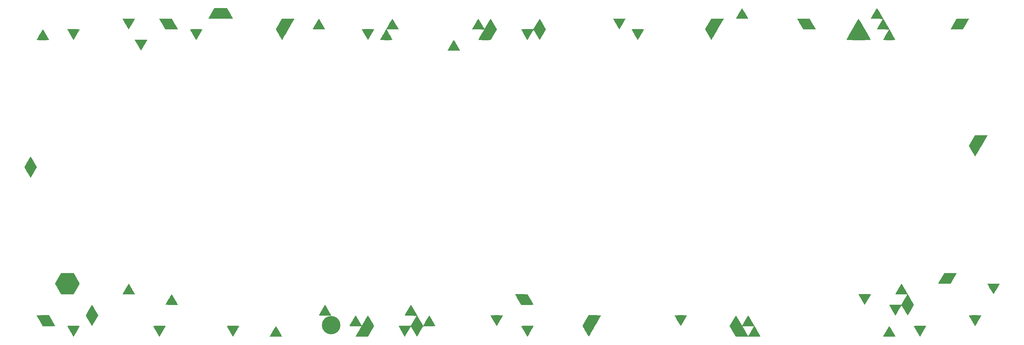
<source format=gts>
%TF.GenerationSoftware,KiCad,Pcbnew,(6.0.1-0)*%
%TF.CreationDate,2022-02-13T11:08:50+09:00*%
%TF.ProjectId,keyplate,6b657970-6c61-4746-952e-6b696361645f,rev?*%
%TF.SameCoordinates,Original*%
%TF.FileFunction,Soldermask,Top*%
%TF.FilePolarity,Negative*%
%FSLAX46Y46*%
G04 Gerber Fmt 4.6, Leading zero omitted, Abs format (unit mm)*
G04 Created by KiCad (PCBNEW (6.0.1-0)) date 2022-02-13 11:08:50*
%MOMM*%
%LPD*%
G01*
G04 APERTURE LIST*
%ADD10C,5.400000*%
G04 APERTURE END LIST*
%TO.C,G\u002A\u002A\u002A*%
G36*
X214134603Y-17544580D02*
G01*
X214080082Y-17636138D01*
X213962507Y-17837453D01*
X213789154Y-18135948D01*
X213567300Y-18519044D01*
X213304221Y-18974164D01*
X213007194Y-19488729D01*
X212683495Y-20050162D01*
X212340400Y-20645884D01*
X212318287Y-20684302D01*
X211976969Y-21275536D01*
X211656196Y-21827793D01*
X211362932Y-22329320D01*
X211104145Y-22768362D01*
X210886800Y-23133164D01*
X210717865Y-23411972D01*
X210604304Y-23593033D01*
X210553084Y-23664592D01*
X210551598Y-23665274D01*
X210504041Y-23606653D01*
X210396661Y-23441655D01*
X210239372Y-23186575D01*
X210042090Y-22857710D01*
X209814731Y-22471357D01*
X209604005Y-22107799D01*
X209361412Y-21683088D01*
X209145414Y-21298486D01*
X208965182Y-20970848D01*
X208829883Y-20717035D01*
X208748686Y-20553903D01*
X208729066Y-20499103D01*
X208768929Y-20426264D01*
X208869608Y-20248317D01*
X209021339Y-19982346D01*
X209214356Y-19645433D01*
X209438895Y-19254663D01*
X209632778Y-18918016D01*
X210514722Y-17388150D01*
X214235118Y-17385830D01*
X214134603Y-17544580D01*
G37*
G36*
X184015823Y-17387772D02*
G01*
X184458635Y-17393242D01*
X184833073Y-17401709D01*
X185120635Y-17412640D01*
X185302819Y-17425501D01*
X185361463Y-17438747D01*
X185327271Y-17517759D01*
X185232707Y-17696472D01*
X185089523Y-17954755D01*
X184909474Y-18272476D01*
X184704314Y-18629504D01*
X184485797Y-19005707D01*
X184265678Y-19380954D01*
X184055711Y-19735112D01*
X183867649Y-20048051D01*
X183713248Y-20299639D01*
X183604260Y-20469744D01*
X183552441Y-20538236D01*
X183551532Y-20538641D01*
X183499759Y-20485804D01*
X183390939Y-20328254D01*
X183236763Y-20084515D01*
X183048920Y-19773110D01*
X182839101Y-19412565D01*
X182821667Y-19382067D01*
X182593181Y-18981714D01*
X182371423Y-18592934D01*
X182172678Y-18244292D01*
X182013230Y-17964353D01*
X181917998Y-17796894D01*
X181684606Y-17385830D01*
X183523136Y-17385830D01*
X184015823Y-17387772D01*
G37*
G36*
X116989809Y-17520700D02*
G01*
X117087955Y-17647589D01*
X117226177Y-17857293D01*
X117411870Y-18160859D01*
X117652429Y-18569332D01*
X117863005Y-18933288D01*
X118106049Y-19356832D01*
X118323977Y-19739301D01*
X118507379Y-20063961D01*
X118646849Y-20314082D01*
X118732978Y-20472931D01*
X118757222Y-20523634D01*
X118689816Y-20533801D01*
X118500192Y-20542909D01*
X118207242Y-20550559D01*
X117829858Y-20556352D01*
X117386931Y-20559890D01*
X116993333Y-20560830D01*
X116511185Y-20561803D01*
X116079286Y-20564539D01*
X115716529Y-20568766D01*
X115441805Y-20574212D01*
X115274007Y-20580603D01*
X115229445Y-20586282D01*
X115263318Y-20651758D01*
X115358562Y-20822431D01*
X115505613Y-21081516D01*
X115694906Y-21412225D01*
X115916879Y-21797770D01*
X116103713Y-22120866D01*
X116343183Y-22538410D01*
X116555065Y-22915902D01*
X116730128Y-23236229D01*
X116859143Y-23482278D01*
X116932878Y-23636935D01*
X116946216Y-23682913D01*
X116868142Y-23701414D01*
X116673714Y-23715954D01*
X116385669Y-23726653D01*
X116026740Y-23733634D01*
X115619663Y-23737017D01*
X115187173Y-23736923D01*
X114752004Y-23733474D01*
X114336891Y-23726791D01*
X113964569Y-23716994D01*
X113657774Y-23704206D01*
X113439240Y-23688547D01*
X113331702Y-23670138D01*
X113324445Y-23663613D01*
X113358616Y-23590256D01*
X113455666Y-23409253D01*
X113607399Y-23134860D01*
X113805619Y-22781336D01*
X114042130Y-22362938D01*
X114308736Y-21893924D01*
X114597240Y-21388552D01*
X114899448Y-20861079D01*
X115207161Y-20325763D01*
X115512186Y-19796861D01*
X115806326Y-19288632D01*
X116081384Y-18815332D01*
X116329164Y-18391221D01*
X116541472Y-18030554D01*
X116710110Y-17747591D01*
X116826883Y-17556588D01*
X116883594Y-17471804D01*
X116884162Y-17471178D01*
X116924343Y-17465578D01*
X116989809Y-17520700D01*
G37*
G36*
X154743650Y-98470618D02*
G01*
X156593738Y-98489441D01*
X157433358Y-99935830D01*
X157673815Y-100350126D01*
X157893439Y-100728657D01*
X158081364Y-101052682D01*
X158226722Y-101303461D01*
X158318644Y-101462252D01*
X158343694Y-101505691D01*
X158357726Y-101542898D01*
X158341963Y-101571792D01*
X158281283Y-101593418D01*
X158160566Y-101608822D01*
X157964690Y-101619049D01*
X157678533Y-101625143D01*
X157286976Y-101628150D01*
X156774896Y-101629115D01*
X156557206Y-101629163D01*
X154700003Y-101629163D01*
X153820696Y-100102867D01*
X153578300Y-99681313D01*
X153359574Y-99299384D01*
X153174334Y-98974347D01*
X153032396Y-98723467D01*
X152943575Y-98564010D01*
X152917476Y-98514183D01*
X152978329Y-98497496D01*
X153164040Y-98484126D01*
X153458385Y-98474461D01*
X153845140Y-98468889D01*
X154308082Y-98467795D01*
X154743650Y-98470618D01*
G37*
G36*
X142184247Y-17491194D02*
G01*
X142293128Y-17651841D01*
X142450919Y-17902547D01*
X142647441Y-18226873D01*
X142872514Y-18608379D01*
X143051681Y-18918221D01*
X143290456Y-19332136D01*
X143506562Y-19702124D01*
X143690075Y-20011570D01*
X143831070Y-20243858D01*
X143919623Y-20382373D01*
X143945556Y-20414732D01*
X143988847Y-20355949D01*
X144091733Y-20191089D01*
X144244272Y-19936859D01*
X144436521Y-19609971D01*
X144658537Y-19227133D01*
X144830798Y-18926999D01*
X145069439Y-18514427D01*
X145287709Y-18146485D01*
X145475289Y-17839810D01*
X145621862Y-17611038D01*
X145717108Y-17476808D01*
X145748020Y-17448029D01*
X145800239Y-17508938D01*
X145911979Y-17676040D01*
X146073053Y-17932838D01*
X146273272Y-18262834D01*
X146502449Y-18649530D01*
X146705282Y-18998132D01*
X147595285Y-20540073D01*
X146738215Y-22024099D01*
X146494739Y-22443688D01*
X146270269Y-22826763D01*
X146075757Y-23154937D01*
X145922153Y-23409819D01*
X145820410Y-23573018D01*
X145786655Y-23621978D01*
X145741954Y-23657732D01*
X145663420Y-23685259D01*
X145534288Y-23705594D01*
X145337794Y-23719770D01*
X145057172Y-23728823D01*
X144675658Y-23733785D01*
X144176487Y-23735691D01*
X143941080Y-23735830D01*
X143458310Y-23733561D01*
X143023592Y-23727182D01*
X142656415Y-23717331D01*
X142376266Y-23704649D01*
X142202633Y-23689776D01*
X142153727Y-23677147D01*
X142177523Y-23602363D01*
X142263574Y-23423073D01*
X142402732Y-23156484D01*
X142585850Y-22819804D01*
X142803781Y-22430241D01*
X142988275Y-22107286D01*
X143859090Y-20596108D01*
X142077806Y-20560830D01*
X140296523Y-20525552D01*
X141186178Y-18989267D01*
X141431478Y-18568932D01*
X141655523Y-18191205D01*
X141848172Y-17872686D01*
X141999285Y-17629974D01*
X142098720Y-17479669D01*
X142134459Y-17437045D01*
X142184247Y-17491194D01*
G37*
G36*
X160235333Y-17516028D02*
G01*
X160348565Y-17698952D01*
X160505733Y-17961484D01*
X160695078Y-18283172D01*
X160904846Y-18643565D01*
X161123278Y-19022212D01*
X161338618Y-19398661D01*
X161539109Y-19752459D01*
X161712994Y-20063157D01*
X161848517Y-20310301D01*
X161933921Y-20473440D01*
X161958325Y-20530504D01*
X161925422Y-20619275D01*
X161832295Y-20805069D01*
X161690547Y-21068065D01*
X161511778Y-21388443D01*
X161307593Y-21746382D01*
X161089592Y-22122062D01*
X160869379Y-22495661D01*
X160658555Y-22847361D01*
X160468723Y-23157339D01*
X160311485Y-23405776D01*
X160198444Y-23572851D01*
X160141201Y-23638743D01*
X160138749Y-23638947D01*
X160085217Y-23574504D01*
X159972736Y-23404583D01*
X159811945Y-23146465D01*
X159613484Y-22817430D01*
X159387993Y-22434759D01*
X159239175Y-22177962D01*
X159003029Y-21771028D01*
X158788402Y-21407094D01*
X158605735Y-21103386D01*
X158465467Y-20877126D01*
X158378038Y-20745539D01*
X158354882Y-20719031D01*
X158306263Y-20772545D01*
X158198749Y-20932593D01*
X158042506Y-21182653D01*
X157847704Y-21506205D01*
X157624508Y-21886727D01*
X157455289Y-22180826D01*
X157218055Y-22592853D01*
X157002326Y-22960931D01*
X156818263Y-23268254D01*
X156676028Y-23498017D01*
X156585785Y-23633414D01*
X156558988Y-23663045D01*
X156487515Y-23611762D01*
X156407790Y-23506524D01*
X156295955Y-23322799D01*
X156141226Y-23060272D01*
X155955268Y-22739580D01*
X155749743Y-22381363D01*
X155536318Y-22006259D01*
X155326656Y-21634906D01*
X155132422Y-21287945D01*
X154965280Y-20986012D01*
X154836895Y-20749747D01*
X154758930Y-20599788D01*
X154740556Y-20556577D01*
X154808915Y-20536457D01*
X155005253Y-20519357D01*
X155316460Y-20505760D01*
X155729427Y-20496151D01*
X156231043Y-20491016D01*
X156532821Y-20490274D01*
X158325086Y-20490274D01*
X159222461Y-18932470D01*
X159467386Y-18513243D01*
X159691334Y-18141235D01*
X159884403Y-17831989D01*
X160036689Y-17601048D01*
X160138288Y-17463953D01*
X160177792Y-17433164D01*
X160235333Y-17516028D01*
G37*
G36*
X43613781Y-23596665D02*
G01*
X44056001Y-23602147D01*
X44429805Y-23610631D01*
X44716671Y-23621582D01*
X44898077Y-23634466D01*
X44955907Y-23647636D01*
X44921592Y-23727749D01*
X44826692Y-23907506D01*
X44682999Y-24166756D01*
X44502306Y-24485343D01*
X44296407Y-24843115D01*
X44077095Y-25219918D01*
X43856162Y-25595599D01*
X43645403Y-25950004D01*
X43456609Y-26262980D01*
X43301574Y-26514373D01*
X43192091Y-26684031D01*
X43139953Y-26751799D01*
X43139291Y-26752085D01*
X43087597Y-26699547D01*
X42976633Y-26540175D01*
X42816474Y-26290033D01*
X42617193Y-25965183D01*
X42388865Y-25581689D01*
X42180120Y-25222732D01*
X41937282Y-24799344D01*
X41719563Y-24416974D01*
X41536375Y-24092381D01*
X41397132Y-23842323D01*
X41311246Y-23683558D01*
X41287222Y-23633004D01*
X41354690Y-23622733D01*
X41544742Y-23613503D01*
X41838853Y-23605701D01*
X42218500Y-23599713D01*
X42665157Y-23595927D01*
X43121667Y-23594719D01*
X43613781Y-23596665D01*
G37*
G36*
X122394588Y-101646728D02*
G01*
X122444714Y-101723929D01*
X122557868Y-101911346D01*
X122726911Y-102196768D01*
X122944702Y-102567982D01*
X123204102Y-103012776D01*
X123497971Y-103518938D01*
X123819169Y-104074255D01*
X124160557Y-104666516D01*
X124189011Y-104715969D01*
X124529947Y-105307090D01*
X124850051Y-105859171D01*
X125142393Y-106360470D01*
X125400047Y-106799245D01*
X125616084Y-107163755D01*
X125783579Y-107442256D01*
X125895602Y-107623008D01*
X125945226Y-107694268D01*
X125946550Y-107694920D01*
X125991961Y-107635732D01*
X126096816Y-107470520D01*
X126251045Y-107216064D01*
X126444574Y-106889141D01*
X126667333Y-106506527D01*
X126835833Y-106213548D01*
X127074070Y-105803060D01*
X127292160Y-105438224D01*
X127479736Y-105135504D01*
X127626429Y-104911366D01*
X127721874Y-104782277D01*
X127752751Y-104757319D01*
X127804498Y-104821734D01*
X127913571Y-104988849D01*
X128068128Y-105238365D01*
X128256328Y-105549986D01*
X128466329Y-105903415D01*
X128686292Y-106278353D01*
X128904374Y-106654503D01*
X129108735Y-107011567D01*
X129287533Y-107329248D01*
X129428928Y-107587248D01*
X129521078Y-107765270D01*
X129552222Y-107841899D01*
X129484455Y-107860761D01*
X129292310Y-107878730D01*
X128992518Y-107895036D01*
X128601812Y-107908908D01*
X128136925Y-107919576D01*
X127745451Y-107925055D01*
X125938681Y-107943886D01*
X125048478Y-109482192D01*
X124773110Y-109956100D01*
X124558402Y-110319606D01*
X124395648Y-110585195D01*
X124276146Y-110765352D01*
X124191192Y-110872563D01*
X124132082Y-110919311D01*
X124090112Y-110918082D01*
X124064734Y-110893303D01*
X124003167Y-110796560D01*
X123883175Y-110596939D01*
X123716319Y-110314092D01*
X123514164Y-109967672D01*
X123288272Y-109577332D01*
X123190130Y-109406810D01*
X122961367Y-109011099D01*
X122754573Y-108657956D01*
X122580482Y-108365342D01*
X122449830Y-108151222D01*
X122373355Y-108033559D01*
X122359370Y-108016799D01*
X122311683Y-108066382D01*
X122204754Y-108222148D01*
X122048951Y-108467534D01*
X121854641Y-108785974D01*
X121632193Y-109160906D01*
X121486477Y-109411374D01*
X121203507Y-109901686D01*
X120983297Y-110282830D01*
X120817433Y-110567488D01*
X120697505Y-110768341D01*
X120615100Y-110898068D01*
X120561807Y-110969352D01*
X120529212Y-110994872D01*
X120508905Y-110987310D01*
X120492472Y-110959347D01*
X120477488Y-110932390D01*
X120351738Y-110728582D01*
X120186168Y-110449569D01*
X119991869Y-110115143D01*
X119779931Y-109745100D01*
X119561445Y-109359231D01*
X119347501Y-108977331D01*
X119149189Y-108619193D01*
X118977600Y-108304610D01*
X118843824Y-108053376D01*
X118758951Y-107885284D01*
X118733829Y-107820413D01*
X118810153Y-107806000D01*
X119008354Y-107793081D01*
X119309198Y-107782217D01*
X119693453Y-107773968D01*
X120141887Y-107768894D01*
X120549604Y-107767497D01*
X122333658Y-107767497D01*
X123180408Y-106303469D01*
X124027157Y-104839441D01*
X122269196Y-104820580D01*
X121711659Y-104813329D01*
X121281050Y-104804385D01*
X120963186Y-104792818D01*
X120743884Y-104777701D01*
X120608964Y-104758105D01*
X120544243Y-104733101D01*
X120533812Y-104706986D01*
X120574052Y-104621840D01*
X120675298Y-104432371D01*
X120827702Y-104156285D01*
X121021414Y-103811290D01*
X121246585Y-103415095D01*
X121435739Y-103085355D01*
X121721805Y-102592825D01*
X121947608Y-102214378D01*
X122119886Y-101939907D01*
X122245375Y-101759305D01*
X122330812Y-101662463D01*
X122382934Y-101639274D01*
X122394588Y-101646728D01*
G37*
G36*
X253808188Y-17500757D02*
G01*
X253917183Y-17669299D01*
X254079066Y-17932517D01*
X254285720Y-18276321D01*
X254529028Y-18686622D01*
X254800872Y-19149330D01*
X255093135Y-19650356D01*
X255397699Y-20175610D01*
X255706447Y-20711003D01*
X256011262Y-21242447D01*
X256304025Y-21755850D01*
X256576621Y-22237125D01*
X256820930Y-22672182D01*
X257028836Y-23046931D01*
X257192222Y-23347283D01*
X257302969Y-23559148D01*
X257352961Y-23668438D01*
X257354630Y-23679807D01*
X257278552Y-23692322D01*
X257077685Y-23703195D01*
X256768337Y-23712439D01*
X256366821Y-23720066D01*
X255889447Y-23726090D01*
X255352526Y-23730524D01*
X254772369Y-23733380D01*
X254165287Y-23734672D01*
X253547591Y-23734412D01*
X252935591Y-23732614D01*
X252345599Y-23729291D01*
X251793925Y-23724455D01*
X251296880Y-23718120D01*
X250870776Y-23710299D01*
X250531923Y-23701004D01*
X250296632Y-23690248D01*
X250181214Y-23678046D01*
X250172390Y-23674085D01*
X250198852Y-23602680D01*
X250288913Y-23423898D01*
X250434455Y-23151842D01*
X250627358Y-22800617D01*
X250859506Y-22384327D01*
X251122778Y-21917076D01*
X251409058Y-21412969D01*
X251710226Y-20886109D01*
X252018164Y-20350601D01*
X252324753Y-19820549D01*
X252621875Y-19310057D01*
X252901412Y-18833229D01*
X253155245Y-18404170D01*
X253375256Y-18036983D01*
X253553327Y-17745773D01*
X253681338Y-17544645D01*
X253751171Y-17447701D01*
X253760199Y-17440978D01*
X253808188Y-17500757D01*
G37*
G36*
X176837843Y-104665552D02*
G01*
X177277520Y-104671907D01*
X177648612Y-104681788D01*
X177932504Y-104694569D01*
X178110583Y-104709622D01*
X178165000Y-104724527D01*
X178130887Y-104795012D01*
X178033979Y-104973310D01*
X177882424Y-105245252D01*
X177684370Y-105596672D01*
X177447965Y-106013400D01*
X177181357Y-106481268D01*
X176892694Y-106986108D01*
X176590124Y-107513751D01*
X176281794Y-108050030D01*
X175975852Y-108580776D01*
X175680447Y-109091821D01*
X175403726Y-109568996D01*
X175153837Y-109998133D01*
X174938928Y-110365064D01*
X174767147Y-110655621D01*
X174646642Y-110855636D01*
X174585560Y-110950939D01*
X174581432Y-110955954D01*
X174532247Y-110913245D01*
X174423565Y-110763217D01*
X174265301Y-110521409D01*
X174067374Y-110203360D01*
X173839700Y-109824608D01*
X173623951Y-109455744D01*
X173380105Y-109028970D01*
X173163044Y-108639892D01*
X172982014Y-108305839D01*
X172846258Y-108044139D01*
X172765022Y-107872121D01*
X172745699Y-107809528D01*
X172785741Y-107726171D01*
X172886862Y-107538413D01*
X173039227Y-107263851D01*
X173233003Y-106920085D01*
X173458356Y-106524710D01*
X173649445Y-106192299D01*
X174531389Y-104663648D01*
X176348195Y-104663350D01*
X176837843Y-104665552D01*
G37*
G36*
X281692667Y-92260636D02*
G01*
X282064877Y-92266574D01*
X282347798Y-92276289D01*
X282523737Y-92289367D01*
X282575858Y-92304147D01*
X282535372Y-92379834D01*
X282434100Y-92560461D01*
X282281852Y-92828784D01*
X282088439Y-93167561D01*
X281863672Y-93559549D01*
X281671928Y-93892830D01*
X280791912Y-95420274D01*
X278973178Y-95420274D01*
X278445265Y-95417850D01*
X277987573Y-95410937D01*
X277615221Y-95400074D01*
X277343327Y-95385798D01*
X277187011Y-95368651D01*
X277154445Y-95355466D01*
X277188523Y-95278895D01*
X277284324Y-95097936D01*
X277432191Y-94829929D01*
X277622470Y-94492215D01*
X277845507Y-94102135D01*
X278028494Y-93785605D01*
X278902543Y-92280552D01*
X280751157Y-92261730D01*
X281248863Y-92258884D01*
X281692667Y-92260636D01*
G37*
G36*
X23942542Y-107769606D02*
G01*
X24410029Y-107776190D01*
X24753644Y-107787632D01*
X24981977Y-107804315D01*
X25103618Y-107826623D01*
X25130000Y-107847275D01*
X25096747Y-107923922D01*
X25004539Y-108100840D01*
X24864702Y-108358140D01*
X24688565Y-108675933D01*
X24487454Y-109034330D01*
X24272697Y-109413443D01*
X24055619Y-109793382D01*
X23847549Y-110154258D01*
X23659813Y-110476183D01*
X23503738Y-110739267D01*
X23390652Y-110923621D01*
X23331882Y-111009357D01*
X23327044Y-111013052D01*
X23282477Y-110956589D01*
X23186961Y-110806866D01*
X23059130Y-110593385D01*
X23026211Y-110536802D01*
X22897240Y-110313850D01*
X22716153Y-110000719D01*
X22501447Y-109629404D01*
X22271624Y-109231897D01*
X22111691Y-108955247D01*
X21910000Y-108600437D01*
X21739047Y-108288298D01*
X21609270Y-108038847D01*
X21531105Y-107872103D01*
X21513963Y-107808719D01*
X21592953Y-107797495D01*
X21793705Y-107787433D01*
X22096868Y-107778971D01*
X22483096Y-107772545D01*
X22933040Y-107768590D01*
X23342593Y-107767497D01*
X23942542Y-107769606D01*
G37*
G36*
X157314730Y-107765709D02*
G01*
X157691481Y-107771374D01*
X158004643Y-107781127D01*
X158231475Y-107795136D01*
X158349235Y-107813569D01*
X158360159Y-107820413D01*
X158332764Y-107889390D01*
X158245356Y-108060141D01*
X158109283Y-108312705D01*
X157935897Y-108627122D01*
X157736549Y-108983431D01*
X157522588Y-109361671D01*
X157305366Y-109741882D01*
X157096233Y-110104102D01*
X156906540Y-110428371D01*
X156747637Y-110694729D01*
X156630875Y-110883214D01*
X156567605Y-110973866D01*
X156566038Y-110975483D01*
X156520433Y-110929050D01*
X156415120Y-110775588D01*
X156259913Y-110530866D01*
X156064622Y-110210652D01*
X155839061Y-109830716D01*
X155631177Y-109473135D01*
X155388061Y-109048055D01*
X155170231Y-108661359D01*
X154987186Y-108330385D01*
X154848425Y-108072473D01*
X154763445Y-107904963D01*
X154740556Y-107847275D01*
X154807309Y-107826318D01*
X154992409Y-107808098D01*
X155273112Y-107792784D01*
X155626678Y-107780545D01*
X156030365Y-107771549D01*
X156461430Y-107765965D01*
X156897132Y-107763962D01*
X157314730Y-107765709D01*
G37*
G36*
X110290051Y-20491076D02*
G01*
X110726155Y-20494071D01*
X111051030Y-20500145D01*
X111279614Y-20510183D01*
X111426846Y-20525072D01*
X111507662Y-20545696D01*
X111537002Y-20572942D01*
X111534548Y-20597392D01*
X111480122Y-20708631D01*
X111369318Y-20912629D01*
X111213837Y-21189423D01*
X111025384Y-21519051D01*
X110815662Y-21881548D01*
X110596373Y-22256952D01*
X110379222Y-22625300D01*
X110175910Y-22966628D01*
X109998142Y-23260973D01*
X109857620Y-23488372D01*
X109766048Y-23628863D01*
X109736038Y-23665274D01*
X109688853Y-23606693D01*
X109581887Y-23441914D01*
X109425148Y-23187390D01*
X109228642Y-22859570D01*
X109002373Y-22474904D01*
X108806961Y-22137830D01*
X108564508Y-21716264D01*
X108345743Y-21334468D01*
X108160469Y-21009669D01*
X108018491Y-20759092D01*
X107929612Y-20599962D01*
X107903426Y-20550330D01*
X107964439Y-20534297D01*
X108148414Y-20519877D01*
X108437206Y-20507668D01*
X108812670Y-20498267D01*
X109256662Y-20492272D01*
X109727780Y-20490274D01*
X110290051Y-20491076D01*
G37*
G36*
X28771368Y-101621829D02*
G01*
X28874347Y-101787131D01*
X29027665Y-102042857D01*
X29221719Y-102372829D01*
X29446904Y-102760870D01*
X29668950Y-103147608D01*
X30574289Y-104732072D01*
X29679687Y-106285062D01*
X29434407Y-106707064D01*
X29210277Y-107085470D01*
X29017310Y-107403952D01*
X28865521Y-107646182D01*
X28764923Y-107795833D01*
X28727216Y-107838052D01*
X28677393Y-107779505D01*
X28567985Y-107614930D01*
X28409226Y-107360928D01*
X28211352Y-107034098D01*
X27984597Y-106651041D01*
X27802839Y-106338747D01*
X27562467Y-105918658D01*
X27347617Y-105535168D01*
X27168017Y-105206298D01*
X27033394Y-104950070D01*
X26953476Y-104784505D01*
X26935269Y-104731507D01*
X26968195Y-104647861D01*
X27059967Y-104464793D01*
X27199269Y-104202299D01*
X27374785Y-103880374D01*
X27575200Y-103519013D01*
X27789197Y-103138211D01*
X28005461Y-102757965D01*
X28212676Y-102398267D01*
X28399526Y-102079115D01*
X28554696Y-101820503D01*
X28666870Y-101642425D01*
X28724732Y-101564878D01*
X28728333Y-101563131D01*
X28771368Y-101621829D01*
G37*
G36*
X288441571Y-104665280D02*
G01*
X288883815Y-104671556D01*
X289257653Y-104681268D01*
X289544561Y-104693804D01*
X289726013Y-104708553D01*
X289783889Y-104723629D01*
X289749931Y-104799209D01*
X289654542Y-104979139D01*
X289507452Y-105245915D01*
X289318390Y-105582032D01*
X289097085Y-105969985D01*
X288930979Y-106258212D01*
X288690079Y-106674656D01*
X288471030Y-107053553D01*
X288284296Y-107376781D01*
X288140346Y-107626217D01*
X288049646Y-107783738D01*
X288023927Y-107828747D01*
X287968169Y-107841850D01*
X287871569Y-107741159D01*
X287726720Y-107518879D01*
X287722147Y-107511247D01*
X287551161Y-107222809D01*
X287352097Y-106882877D01*
X287136369Y-106511405D01*
X286915392Y-106128347D01*
X286700580Y-105753656D01*
X286503347Y-105407285D01*
X286335107Y-105109190D01*
X286207275Y-104879322D01*
X286131265Y-104737636D01*
X286115000Y-104701729D01*
X286182467Y-104691353D01*
X286372519Y-104682029D01*
X286666631Y-104674147D01*
X287046278Y-104668098D01*
X287492934Y-104664272D01*
X287949445Y-104663052D01*
X288441571Y-104665280D01*
G37*
G36*
X59846747Y-20492355D02*
G01*
X60286921Y-20498216D01*
X60657667Y-20507290D01*
X60940803Y-20519006D01*
X61118148Y-20532795D01*
X61172130Y-20547177D01*
X61116849Y-20656281D01*
X61004999Y-20858570D01*
X60848211Y-21134304D01*
X60658119Y-21463745D01*
X60446355Y-21827156D01*
X60224551Y-22204797D01*
X60004341Y-22576931D01*
X59797357Y-22923819D01*
X59615231Y-23225722D01*
X59469597Y-23462903D01*
X59372088Y-23615622D01*
X59334918Y-23664560D01*
X59278478Y-23608257D01*
X59173591Y-23458351D01*
X59040606Y-23244445D01*
X59008020Y-23189024D01*
X58635813Y-22547458D01*
X58309233Y-21980789D01*
X58032690Y-21496824D01*
X57810592Y-21103373D01*
X57647349Y-20808244D01*
X57547369Y-20619244D01*
X57515000Y-20544933D01*
X57582472Y-20530292D01*
X57772556Y-20517132D01*
X58066759Y-20506002D01*
X58446584Y-20497451D01*
X58893538Y-20492028D01*
X59355324Y-20490274D01*
X59846747Y-20492355D01*
G37*
G36*
X86892065Y-17387226D02*
G01*
X87332651Y-17391155D01*
X87660330Y-17398684D01*
X87889199Y-17410555D01*
X88033352Y-17427508D01*
X88106882Y-17450284D01*
X88123887Y-17479624D01*
X88123646Y-17480718D01*
X88083289Y-17565275D01*
X87980760Y-17755097D01*
X87824226Y-18036109D01*
X87621858Y-18394236D01*
X87381824Y-18815403D01*
X87112293Y-19285535D01*
X86821434Y-19790558D01*
X86517417Y-20316395D01*
X86208410Y-20848973D01*
X85902582Y-21374215D01*
X85608104Y-21878048D01*
X85333142Y-22346396D01*
X85085868Y-22765184D01*
X84874449Y-23120337D01*
X84707054Y-23397781D01*
X84591854Y-23583440D01*
X84537017Y-23663239D01*
X84534159Y-23665274D01*
X84487098Y-23606688D01*
X84380094Y-23441795D01*
X84223064Y-23186899D01*
X84025921Y-22858299D01*
X83798579Y-22472297D01*
X83589021Y-22111275D01*
X83346285Y-21686643D01*
X83130296Y-21301560D01*
X82950241Y-20973007D01*
X82815308Y-20717961D01*
X82734687Y-20553402D01*
X82715685Y-20497452D01*
X82755979Y-20422216D01*
X82857232Y-20242115D01*
X83009620Y-19974361D01*
X83203320Y-19636165D01*
X83428509Y-19244738D01*
X83620556Y-18912057D01*
X84502500Y-17386485D01*
X86324479Y-17386157D01*
X86892065Y-17387226D01*
G37*
G36*
X256061746Y-98456359D02*
G01*
X256501920Y-98462546D01*
X256872666Y-98472122D01*
X257155802Y-98484487D01*
X257333147Y-98499040D01*
X257387130Y-98514219D01*
X257336249Y-98615296D01*
X257228248Y-98811104D01*
X257074729Y-99081868D01*
X256887295Y-99407815D01*
X256677548Y-99769172D01*
X256457091Y-100146164D01*
X256237528Y-100519018D01*
X256030459Y-100867960D01*
X255847489Y-101173216D01*
X255700219Y-101415014D01*
X255600253Y-101573579D01*
X255559368Y-101629163D01*
X255513614Y-101570571D01*
X255407901Y-101405678D01*
X255252092Y-101150808D01*
X255056053Y-100822286D01*
X254829646Y-100436436D01*
X254622578Y-100078859D01*
X254379766Y-99655715D01*
X254162080Y-99273658D01*
X253978936Y-98949437D01*
X253839751Y-98699798D01*
X253753942Y-98541491D01*
X253730000Y-98491359D01*
X253797472Y-98481396D01*
X253987559Y-98472440D01*
X254281765Y-98464866D01*
X254661594Y-98459047D01*
X255108552Y-98455357D01*
X255570324Y-98454163D01*
X256061746Y-98456359D01*
G37*
G36*
X259204870Y-14340859D02*
G01*
X259311236Y-14511642D01*
X259473978Y-14782277D01*
X259686523Y-15141306D01*
X259942297Y-15577272D01*
X260234727Y-16078717D01*
X260557238Y-16634184D01*
X260903257Y-17232216D01*
X261266211Y-17861354D01*
X261639526Y-18510143D01*
X262016628Y-19167123D01*
X262390944Y-19820838D01*
X262755900Y-20459830D01*
X263104923Y-21072642D01*
X263431439Y-21647817D01*
X263728874Y-22173896D01*
X263990654Y-22639423D01*
X264210207Y-23032940D01*
X264380958Y-23342989D01*
X264496334Y-23558114D01*
X264549761Y-23666856D01*
X264552549Y-23677780D01*
X264474211Y-23695115D01*
X264278117Y-23709303D01*
X263987589Y-23720348D01*
X263625946Y-23728254D01*
X263216508Y-23733025D01*
X262782597Y-23734666D01*
X262347532Y-23733181D01*
X261934635Y-23728573D01*
X261567225Y-23720848D01*
X261268623Y-23710008D01*
X261062149Y-23696058D01*
X260971125Y-23679003D01*
X260969282Y-23677147D01*
X260993078Y-23602362D01*
X261079126Y-23423070D01*
X261218280Y-23156480D01*
X261401392Y-22819797D01*
X261619316Y-22430231D01*
X261803797Y-22107286D01*
X262674580Y-20596108D01*
X260886886Y-20577285D01*
X259099191Y-20558462D01*
X259977651Y-19036451D01*
X260218566Y-18617927D01*
X260434250Y-18241096D01*
X260615194Y-17922742D01*
X260751893Y-17679652D01*
X260834840Y-17528611D01*
X260856111Y-17485413D01*
X260788705Y-17477479D01*
X260599080Y-17470371D01*
X260306129Y-17464401D01*
X259928743Y-17459880D01*
X259485815Y-17457119D01*
X259092222Y-17456386D01*
X258610075Y-17454920D01*
X258178177Y-17450797D01*
X257815421Y-17444428D01*
X257540697Y-17436223D01*
X257372898Y-17426593D01*
X257328333Y-17418036D01*
X257362204Y-17345145D01*
X257456117Y-17172168D01*
X257598522Y-16918868D01*
X257777869Y-16605009D01*
X257982609Y-16250353D01*
X258201191Y-15874664D01*
X258422065Y-15497704D01*
X258633681Y-15139237D01*
X258824490Y-14819025D01*
X258982942Y-14556832D01*
X259097486Y-14372421D01*
X259156573Y-14285555D01*
X259161453Y-14281386D01*
X259204870Y-14340859D01*
G37*
G36*
X262804690Y-107896064D02*
G01*
X262907493Y-108056908D01*
X263056983Y-108300799D01*
X263241587Y-108607950D01*
X263449731Y-108958574D01*
X263669841Y-109332886D01*
X263890343Y-109711098D01*
X264099665Y-110073424D01*
X264286232Y-110400079D01*
X264438470Y-110671275D01*
X264544805Y-110867226D01*
X264593665Y-110968146D01*
X264595556Y-110975856D01*
X264528088Y-110985835D01*
X264338036Y-110994802D01*
X264043924Y-111002382D01*
X263664277Y-111008200D01*
X263217621Y-111011879D01*
X262761111Y-111013052D01*
X262268981Y-111011644D01*
X261826734Y-111007678D01*
X261452894Y-111001540D01*
X261165987Y-110993616D01*
X260984537Y-110984294D01*
X260926667Y-110974767D01*
X260960583Y-110898431D01*
X261054619Y-110722506D01*
X261197202Y-110466788D01*
X261376761Y-110151075D01*
X261581724Y-109795163D01*
X261800519Y-109418850D01*
X262021575Y-109041931D01*
X262233319Y-108684203D01*
X262424182Y-108365464D01*
X262582590Y-108105510D01*
X262696971Y-107924138D01*
X262755756Y-107841145D01*
X262760148Y-107838052D01*
X262804690Y-107896064D01*
G37*
G36*
X39567410Y-95407897D02*
G01*
X39668453Y-95568517D01*
X39816440Y-95812117D01*
X39999823Y-96118934D01*
X40207054Y-96469208D01*
X40426585Y-96843177D01*
X40646865Y-97221082D01*
X40856348Y-97583160D01*
X41043484Y-97909650D01*
X41196726Y-98180792D01*
X41304523Y-98376825D01*
X41355328Y-98477988D01*
X41357778Y-98486369D01*
X41290306Y-98496641D01*
X41100219Y-98505875D01*
X40806013Y-98513684D01*
X40426184Y-98519684D01*
X39979227Y-98523488D01*
X39517454Y-98524719D01*
X39026032Y-98522545D01*
X38585858Y-98516419D01*
X38215112Y-98506937D01*
X37931976Y-98494693D01*
X37754631Y-98480283D01*
X37700648Y-98465252D01*
X37749494Y-98369564D01*
X37855690Y-98178163D01*
X38007659Y-97910821D01*
X38193822Y-97587313D01*
X38402599Y-97227411D01*
X38622412Y-96850890D01*
X38841682Y-96477523D01*
X39048829Y-96127083D01*
X39232276Y-95819343D01*
X39380442Y-95574078D01*
X39481750Y-95411060D01*
X39524620Y-95350064D01*
X39524861Y-95350017D01*
X39567410Y-95407897D01*
G37*
G36*
X97217086Y-101680735D02*
G01*
X97331000Y-101864588D01*
X97487720Y-102127353D01*
X97675898Y-102449073D01*
X97884185Y-102809792D01*
X98101233Y-103189553D01*
X98315693Y-103568399D01*
X98516216Y-103926375D01*
X98691455Y-104243523D01*
X98830060Y-104499887D01*
X98920682Y-104675510D01*
X98951974Y-104750436D01*
X98951744Y-104751247D01*
X98873680Y-104771392D01*
X98679270Y-104786959D01*
X98391259Y-104798126D01*
X98032390Y-104805072D01*
X97625408Y-104807974D01*
X97193055Y-104807009D01*
X96758076Y-104802357D01*
X96343215Y-104794195D01*
X95971216Y-104782700D01*
X95664822Y-104768052D01*
X95446777Y-104750427D01*
X95339825Y-104730004D01*
X95332778Y-104722933D01*
X95366267Y-104637627D01*
X95459149Y-104455472D01*
X95600046Y-104195969D01*
X95777582Y-103878619D01*
X95980378Y-103522922D01*
X96197057Y-103148379D01*
X96416241Y-102774490D01*
X96626553Y-102420755D01*
X96816615Y-102106676D01*
X96975050Y-101851752D01*
X97090480Y-101675485D01*
X97151527Y-101597374D01*
X97157327Y-101595750D01*
X97217086Y-101680735D01*
G37*
G36*
X134997696Y-23695116D02*
G01*
X135016977Y-23715410D01*
X135108857Y-23861719D01*
X135248681Y-24095511D01*
X135424828Y-24396313D01*
X135625676Y-24743657D01*
X135839603Y-25117072D01*
X136054987Y-25496089D01*
X136260207Y-25860236D01*
X136443641Y-26189044D01*
X136593666Y-26462043D01*
X136698661Y-26658762D01*
X136747005Y-26758732D01*
X136748889Y-26765920D01*
X136682132Y-26783954D01*
X136497036Y-26800073D01*
X136216364Y-26814053D01*
X135862877Y-26825667D01*
X135459338Y-26834692D01*
X135028509Y-26840901D01*
X134593151Y-26844071D01*
X134176028Y-26843975D01*
X133799901Y-26840389D01*
X133487532Y-26833087D01*
X133261684Y-26821845D01*
X133145119Y-26806437D01*
X133135452Y-26801652D01*
X133158914Y-26732781D01*
X133244896Y-26558687D01*
X133384490Y-26295844D01*
X133568785Y-25960725D01*
X133788870Y-25569804D01*
X134014685Y-25176094D01*
X134295957Y-24691996D01*
X134516465Y-24318877D01*
X134684498Y-24044655D01*
X134808348Y-23857250D01*
X134896304Y-23744579D01*
X134956657Y-23694562D01*
X134997696Y-23695116D01*
G37*
G36*
X10764172Y-58027628D02*
G01*
X10873957Y-58187420D01*
X11033263Y-58437978D01*
X11232097Y-58763281D01*
X11460472Y-59147307D01*
X11674675Y-59515433D01*
X12574327Y-61076617D01*
X11684439Y-62620142D01*
X11439650Y-63042564D01*
X11216589Y-63423369D01*
X11025281Y-63745775D01*
X10875750Y-63992998D01*
X10778023Y-64148256D01*
X10743581Y-64195168D01*
X10696009Y-64145355D01*
X10588650Y-63988755D01*
X10431424Y-63741273D01*
X10234249Y-63418815D01*
X10007044Y-63037286D01*
X9797417Y-62677903D01*
X9553711Y-62254273D01*
X9335267Y-61870725D01*
X9151551Y-61544193D01*
X9012028Y-61291610D01*
X8926163Y-61129910D01*
X8902426Y-61076789D01*
X8936654Y-60997830D01*
X9031316Y-60819059D01*
X9174647Y-60560625D01*
X9354879Y-60242682D01*
X9560245Y-59885382D01*
X9778976Y-59508875D01*
X9999306Y-59133313D01*
X10209468Y-58778849D01*
X10397694Y-58465634D01*
X10552217Y-58213820D01*
X10661269Y-58043558D01*
X10713083Y-57975000D01*
X10713896Y-57974624D01*
X10764172Y-58027628D01*
G37*
G36*
X284849174Y-17387405D02*
G01*
X285290418Y-17391841D01*
X285663185Y-17398705D01*
X285948915Y-17407564D01*
X286129048Y-17417984D01*
X286185556Y-17428498D01*
X286151718Y-17498796D01*
X286056506Y-17674302D01*
X285909373Y-17938174D01*
X285719770Y-18273571D01*
X285497150Y-18663651D01*
X285294581Y-19015998D01*
X284403606Y-20560830D01*
X282578192Y-20560830D01*
X282087330Y-20559185D01*
X281646396Y-20554554D01*
X281273960Y-20547387D01*
X280988594Y-20538139D01*
X280808868Y-20527261D01*
X280752778Y-20516329D01*
X280786591Y-20445495D01*
X280881726Y-20269466D01*
X281028732Y-20005129D01*
X281218153Y-19669367D01*
X281440537Y-19279063D01*
X281641624Y-18928829D01*
X282530470Y-17385830D01*
X284358013Y-17385830D01*
X284849174Y-17387405D01*
G37*
G36*
X272531720Y-107765704D02*
G01*
X272908372Y-107771366D01*
X273221412Y-107781115D01*
X273448094Y-107795119D01*
X273565673Y-107813548D01*
X273576545Y-107820413D01*
X273549014Y-107889442D01*
X273461508Y-108060262D01*
X273325379Y-108312904D01*
X273151976Y-108627400D01*
X272952648Y-108983781D01*
X272738745Y-109362078D01*
X272521617Y-109742323D01*
X272312614Y-110104547D01*
X272123085Y-110428782D01*
X271964381Y-110695059D01*
X271847850Y-110883410D01*
X271784842Y-110973865D01*
X271783260Y-110975500D01*
X271737655Y-110929062D01*
X271632342Y-110775596D01*
X271477134Y-110530870D01*
X271281844Y-110210653D01*
X271056283Y-109830714D01*
X270848399Y-109473135D01*
X270605283Y-109048055D01*
X270387453Y-108661359D01*
X270204409Y-108330385D01*
X270065647Y-108072473D01*
X269980667Y-107904963D01*
X269957778Y-107847275D01*
X270024531Y-107826320D01*
X270209627Y-107808102D01*
X270490322Y-107792788D01*
X270843872Y-107780548D01*
X271247531Y-107771551D01*
X271678555Y-107765965D01*
X272114199Y-107763960D01*
X272531720Y-107765704D01*
G37*
G36*
X23832710Y-20492705D02*
G01*
X24298154Y-20499665D01*
X24673798Y-20510655D01*
X24945639Y-20525176D01*
X25099673Y-20542728D01*
X25130000Y-20555792D01*
X25095802Y-20639161D01*
X25001097Y-20821699D01*
X24857719Y-21083125D01*
X24677503Y-21403160D01*
X24472284Y-21761523D01*
X24253896Y-22137932D01*
X24034173Y-22512108D01*
X23824950Y-22863770D01*
X23638061Y-23172637D01*
X23485341Y-23418429D01*
X23378623Y-23580865D01*
X23330529Y-23639531D01*
X23275430Y-23587779D01*
X23163686Y-23431142D01*
X23007164Y-23188096D01*
X22817730Y-22877117D01*
X22607252Y-22516683D01*
X22590000Y-22486512D01*
X22361514Y-22086159D01*
X22139757Y-21697379D01*
X21941012Y-21348736D01*
X21781563Y-21068797D01*
X21686331Y-20901339D01*
X21452940Y-20490274D01*
X23291470Y-20490274D01*
X23832710Y-20492705D01*
G37*
G36*
X14356989Y-20554597D02*
G01*
X14421912Y-20644962D01*
X14539710Y-20833268D01*
X14699012Y-21099412D01*
X14888448Y-21423293D01*
X15096646Y-21784810D01*
X15312237Y-22163862D01*
X15523848Y-22540346D01*
X15720110Y-22894161D01*
X15889652Y-23205207D01*
X16021102Y-23453381D01*
X16103090Y-23618581D01*
X16125000Y-23680107D01*
X16047940Y-23695222D01*
X15848952Y-23708779D01*
X15547217Y-23720197D01*
X15161913Y-23728892D01*
X14712222Y-23734282D01*
X14290385Y-23735830D01*
X13725376Y-23734605D01*
X13287450Y-23730439D01*
X12962598Y-23722590D01*
X12736809Y-23710320D01*
X12596073Y-23692889D01*
X12526380Y-23669557D01*
X12513021Y-23642002D01*
X12560143Y-23531219D01*
X12665261Y-23329115D01*
X12816786Y-23055094D01*
X13003129Y-22728559D01*
X13212701Y-22368915D01*
X13433912Y-21995566D01*
X13655174Y-21627916D01*
X13864897Y-21285369D01*
X14051492Y-20987329D01*
X14203370Y-20753200D01*
X14308941Y-20602387D01*
X14356617Y-20554293D01*
X14356989Y-20554597D01*
G37*
G36*
X50325482Y-17402285D02*
G01*
X52179624Y-17421108D01*
X52912422Y-18691108D01*
X53145193Y-19094439D01*
X53365200Y-19475507D01*
X53558547Y-19810254D01*
X53711339Y-20074625D01*
X53809682Y-20244563D01*
X53819195Y-20260969D01*
X53993171Y-20560830D01*
X52138113Y-20560116D01*
X50283056Y-20559402D01*
X49401111Y-19029518D01*
X49158341Y-18607753D01*
X48939230Y-18225871D01*
X48753579Y-17901054D01*
X48611189Y-17650482D01*
X48521861Y-17491335D01*
X48495254Y-17441549D01*
X48556167Y-17426750D01*
X48740063Y-17414748D01*
X49028836Y-17405930D01*
X49404379Y-17400686D01*
X49848584Y-17399403D01*
X50325482Y-17402285D01*
G37*
G36*
X189450812Y-20492503D02*
G01*
X189892088Y-20498784D01*
X190264015Y-20508507D01*
X190548446Y-20521065D01*
X190727238Y-20535848D01*
X190782685Y-20551478D01*
X190730912Y-20655472D01*
X190622015Y-20853641D01*
X190467626Y-21126215D01*
X190279379Y-21453421D01*
X190068905Y-21815486D01*
X189847837Y-22192638D01*
X189627808Y-22565106D01*
X189420449Y-22913115D01*
X189237394Y-23216895D01*
X189090274Y-23456673D01*
X188990722Y-23612676D01*
X188950783Y-23665274D01*
X188903182Y-23606749D01*
X188795946Y-23442308D01*
X188639276Y-23188656D01*
X188443370Y-22862498D01*
X188218430Y-22480537D01*
X188046840Y-22184892D01*
X187806492Y-21766906D01*
X187588886Y-21385738D01*
X187404300Y-21059617D01*
X187263014Y-20806771D01*
X187175309Y-20645426D01*
X187151563Y-20597392D01*
X187152875Y-20564780D01*
X187194812Y-20539434D01*
X187292312Y-20520466D01*
X187460314Y-20506992D01*
X187713754Y-20498126D01*
X188067572Y-20492983D01*
X188536706Y-20490676D01*
X188958331Y-20490274D01*
X189450812Y-20492503D01*
G37*
G36*
X49294543Y-107767760D02*
G01*
X49671452Y-107773538D01*
X49984812Y-107783068D01*
X50211885Y-107796480D01*
X50329936Y-107813904D01*
X50341011Y-107820413D01*
X50314223Y-107889851D01*
X50227497Y-108061043D01*
X50092178Y-108313964D01*
X49919614Y-108628588D01*
X49721152Y-108984887D01*
X49508136Y-109362835D01*
X49291915Y-109742406D01*
X49083834Y-110103573D01*
X48895239Y-110426309D01*
X48737478Y-110690587D01*
X48621896Y-110876382D01*
X48560544Y-110962954D01*
X48512342Y-110919770D01*
X48404764Y-110769244D01*
X48247689Y-110526978D01*
X48050996Y-110208577D01*
X47824564Y-109829646D01*
X47613237Y-109466656D01*
X47369909Y-109041072D01*
X47151812Y-108654265D01*
X46968410Y-108323459D01*
X46829170Y-108065879D01*
X46743554Y-107898750D01*
X46720000Y-107841060D01*
X46786754Y-107821487D01*
X46971858Y-107804629D01*
X47252575Y-107790616D01*
X47606168Y-107779577D01*
X48009898Y-107771643D01*
X48441029Y-107766942D01*
X48876823Y-107765604D01*
X49294543Y-107767760D01*
G37*
G36*
X240278427Y-18930477D02*
G01*
X240521655Y-19352971D01*
X240739654Y-19734761D01*
X240922960Y-20059017D01*
X241062107Y-20308905D01*
X241147631Y-20467595D01*
X241171111Y-20517977D01*
X241103650Y-20529493D01*
X240913636Y-20539838D01*
X240619629Y-20548579D01*
X240240186Y-20555279D01*
X239793864Y-20559503D01*
X239343146Y-20560830D01*
X237515180Y-20560830D01*
X236626757Y-19019846D01*
X236384298Y-18597525D01*
X236167049Y-18215718D01*
X235984476Y-17891341D01*
X235846049Y-17641312D01*
X235761234Y-17482550D01*
X235738333Y-17432346D01*
X235805791Y-17419832D01*
X235995779Y-17408592D01*
X236289717Y-17399099D01*
X236669026Y-17391828D01*
X237115127Y-17387252D01*
X237562038Y-17385830D01*
X239385743Y-17385830D01*
X240278427Y-18930477D01*
G37*
G36*
X216800101Y-106289316D02*
G01*
X217045250Y-105866926D01*
X217269038Y-105488119D01*
X217461508Y-105169208D01*
X217612698Y-104926506D01*
X217712649Y-104776328D01*
X217749891Y-104733608D01*
X217798730Y-104792134D01*
X217907366Y-104956706D01*
X218065651Y-105210814D01*
X218263435Y-105537947D01*
X218490569Y-105921596D01*
X218679960Y-106246653D01*
X219555590Y-107759698D01*
X220426329Y-106244544D01*
X220668121Y-105829043D01*
X220889355Y-105458800D01*
X221079838Y-105150076D01*
X221229378Y-104919133D01*
X221327780Y-104782232D01*
X221362432Y-104751178D01*
X221405961Y-104813110D01*
X221511924Y-104983175D01*
X221672108Y-105247350D01*
X221878303Y-105591614D01*
X222122298Y-106001946D01*
X222395881Y-106464322D01*
X222690842Y-106964722D01*
X222998970Y-107489123D01*
X223312052Y-108023504D01*
X223621879Y-108553843D01*
X223920238Y-109066117D01*
X224198919Y-109546305D01*
X224449711Y-109980385D01*
X224664402Y-110354335D01*
X224834782Y-110654133D01*
X224952639Y-110865758D01*
X225009761Y-110975187D01*
X225013889Y-110986641D01*
X224945522Y-110991676D01*
X224749175Y-110996296D01*
X224437980Y-111000415D01*
X224025066Y-111003949D01*
X223523564Y-111006812D01*
X222946607Y-111008918D01*
X222307323Y-111010182D01*
X221618845Y-111010519D01*
X221362639Y-111010398D01*
X217711389Y-111007743D01*
X216808069Y-109426384D01*
X215961221Y-107943886D01*
X219660411Y-107943886D01*
X220484198Y-109372925D01*
X220719035Y-109775785D01*
X220932351Y-110133152D01*
X221113733Y-110428275D01*
X221252768Y-110644405D01*
X221339045Y-110764791D01*
X221361379Y-110784036D01*
X221410313Y-110720280D01*
X221518425Y-110551252D01*
X221675175Y-110294367D01*
X221870025Y-109967040D01*
X222092434Y-109586685D01*
X222226254Y-109354997D01*
X223037734Y-107943886D01*
X222191367Y-107924075D01*
X221741485Y-107917464D01*
X221230738Y-107916033D01*
X220738212Y-107919781D01*
X220502705Y-107924075D01*
X219660411Y-107943886D01*
X215961221Y-107943886D01*
X215904748Y-107845024D01*
X216800101Y-106289316D01*
G37*
G36*
X69223160Y-15761768D02*
G01*
X69463508Y-16179754D01*
X69681114Y-16560921D01*
X69865700Y-16887042D01*
X70006986Y-17139889D01*
X70094691Y-17301234D01*
X70118437Y-17349268D01*
X70115444Y-17373257D01*
X70079277Y-17393429D01*
X69999089Y-17410107D01*
X69864034Y-17423611D01*
X69663267Y-17434265D01*
X69385941Y-17442391D01*
X69021210Y-17448312D01*
X68558229Y-17452349D01*
X67986152Y-17454825D01*
X67294132Y-17456063D01*
X66514296Y-17456386D01*
X62869051Y-17456386D01*
X63102442Y-17045321D01*
X63213551Y-16849963D01*
X63378355Y-16560628D01*
X63580572Y-16205880D01*
X63803921Y-15814281D01*
X64006111Y-15459962D01*
X64676389Y-14285666D01*
X66522688Y-14283526D01*
X68368988Y-14281386D01*
X69223160Y-15761768D01*
G37*
G36*
X266399096Y-95408561D02*
G01*
X266501373Y-95575757D01*
X266657704Y-95837310D01*
X266859963Y-96179223D01*
X267100024Y-96587502D01*
X267369760Y-97048149D01*
X267661047Y-97547167D01*
X267965757Y-98070562D01*
X268275766Y-98604336D01*
X268582946Y-99134493D01*
X268879173Y-99647036D01*
X269156321Y-100127971D01*
X269406262Y-100563300D01*
X269620872Y-100939026D01*
X269792025Y-101241154D01*
X269911594Y-101455688D01*
X269971453Y-101568631D01*
X269976592Y-101580745D01*
X269949316Y-101661228D01*
X269861127Y-101840484D01*
X269723546Y-102098695D01*
X269548098Y-102416045D01*
X269346306Y-102772714D01*
X269129692Y-103148886D01*
X268909780Y-103524743D01*
X268698093Y-103880466D01*
X268506155Y-104196238D01*
X268345488Y-104452242D01*
X268227615Y-104628659D01*
X268164061Y-104705671D01*
X268158611Y-104707337D01*
X268104843Y-104642877D01*
X267991757Y-104472991D01*
X267829965Y-104214818D01*
X267630079Y-103885498D01*
X267402707Y-103502169D01*
X267243058Y-103228460D01*
X267005097Y-102820603D01*
X266789714Y-102456738D01*
X266607101Y-102153656D01*
X266467450Y-101928145D01*
X266380955Y-101796995D01*
X266357802Y-101770274D01*
X266312825Y-101828773D01*
X266208232Y-101993002D01*
X266054222Y-102246057D01*
X265860992Y-102571037D01*
X265638739Y-102951038D01*
X265485253Y-103216563D01*
X265248513Y-103625402D01*
X265033224Y-103992362D01*
X264849847Y-104300002D01*
X264708841Y-104530884D01*
X264620668Y-104667569D01*
X264596975Y-104697452D01*
X264511743Y-104681991D01*
X264472368Y-104644636D01*
X264404969Y-104542434D01*
X264284766Y-104344105D01*
X264123538Y-104070392D01*
X263933062Y-103742038D01*
X263725117Y-103379783D01*
X263511481Y-103004371D01*
X263303934Y-102636543D01*
X263114253Y-102297041D01*
X262954217Y-102006607D01*
X262835603Y-101785983D01*
X262770192Y-101655912D01*
X262761111Y-101631071D01*
X262831265Y-101605698D01*
X263040316Y-101585683D01*
X263386149Y-101571111D01*
X263866649Y-101562068D01*
X264479701Y-101558639D01*
X264551027Y-101558608D01*
X266340943Y-101558608D01*
X267196860Y-100075703D01*
X267434598Y-99662471D01*
X267646959Y-99290772D01*
X267824302Y-98977693D01*
X267956987Y-98740320D01*
X268035373Y-98595739D01*
X268052778Y-98558759D01*
X267985366Y-98549469D01*
X267795705Y-98541145D01*
X267502656Y-98534150D01*
X267125077Y-98528846D01*
X266681830Y-98525596D01*
X266283009Y-98524719D01*
X265801599Y-98522438D01*
X265371850Y-98516020D01*
X265012290Y-98506102D01*
X264741446Y-98493321D01*
X264577845Y-98478315D01*
X264536759Y-98464663D01*
X264585922Y-98367714D01*
X264692335Y-98175247D01*
X264844423Y-97907047D01*
X265030612Y-97582898D01*
X265239328Y-97222585D01*
X265458997Y-96845893D01*
X265678045Y-96472607D01*
X265884897Y-96122512D01*
X266067981Y-95815392D01*
X266215721Y-95571031D01*
X266316544Y-95409216D01*
X266358875Y-95349731D01*
X266358998Y-95349719D01*
X266399096Y-95408561D01*
G37*
G36*
X219603184Y-14382716D02*
G01*
X219709809Y-14545023D01*
X219863719Y-14790794D01*
X220053309Y-15100637D01*
X220266980Y-15455161D01*
X220493128Y-15834974D01*
X220720153Y-16220686D01*
X220936452Y-16592906D01*
X221130424Y-16932243D01*
X221290466Y-17219305D01*
X221313923Y-17262358D01*
X221419179Y-17456386D01*
X219582923Y-17456386D01*
X219090542Y-17454432D01*
X218648033Y-17448928D01*
X218273913Y-17440410D01*
X217986697Y-17429415D01*
X217804901Y-17416478D01*
X217746667Y-17403211D01*
X217780694Y-17320904D01*
X217874965Y-17140413D01*
X218017767Y-16881683D01*
X218197386Y-16564661D01*
X218402108Y-16209294D01*
X218620219Y-15835527D01*
X218840005Y-15463306D01*
X219049752Y-15112578D01*
X219237747Y-14803288D01*
X219392275Y-14555384D01*
X219501622Y-14388811D01*
X219554076Y-14323516D01*
X219555443Y-14323263D01*
X219603184Y-14382716D01*
G37*
G36*
X148036018Y-104664763D02*
G01*
X148478264Y-104669582D01*
X148852103Y-104677040D01*
X149139010Y-104686666D01*
X149320461Y-104697992D01*
X149378333Y-104709568D01*
X149344299Y-104789012D01*
X149249949Y-104967491D01*
X149106912Y-105225173D01*
X148926818Y-105542224D01*
X148721294Y-105898814D01*
X148501972Y-106275109D01*
X148280478Y-106651277D01*
X148068444Y-107007485D01*
X147877497Y-107323902D01*
X147719267Y-107580695D01*
X147605383Y-107758031D01*
X147547474Y-107836079D01*
X147543889Y-107838052D01*
X147494389Y-107779439D01*
X147385234Y-107614525D01*
X147226485Y-107359695D01*
X147028200Y-107031335D01*
X146800439Y-106645833D01*
X146597868Y-106297068D01*
X146355409Y-105874747D01*
X146138160Y-105492940D01*
X145955587Y-105168563D01*
X145817160Y-104918535D01*
X145732346Y-104759773D01*
X145709445Y-104709568D01*
X145776911Y-104697089D01*
X145966963Y-104685875D01*
X146261073Y-104676396D01*
X146640718Y-104669121D01*
X147087373Y-104664520D01*
X147543889Y-104663052D01*
X148036018Y-104664763D01*
G37*
G36*
X23392481Y-92280552D02*
G01*
X24268980Y-93797497D01*
X24543987Y-94275966D01*
X24753988Y-94648724D01*
X24906365Y-94931188D01*
X25008500Y-95138775D01*
X25067776Y-95286902D01*
X25091575Y-95390986D01*
X25087279Y-95466446D01*
X25079813Y-95490830D01*
X25026430Y-95600826D01*
X24912636Y-95812841D01*
X24749417Y-96107178D01*
X24547760Y-96464140D01*
X24318654Y-96864031D01*
X24184439Y-97095969D01*
X23354730Y-98524719D01*
X21527603Y-98524719D01*
X20973369Y-98524457D01*
X20543361Y-98522745D01*
X20220694Y-98518190D01*
X19988481Y-98509401D01*
X19829839Y-98494986D01*
X19727880Y-98473555D01*
X19665721Y-98443715D01*
X19626475Y-98404075D01*
X19601227Y-98365969D01*
X19516541Y-98225459D01*
X19382500Y-97997086D01*
X19210967Y-97701604D01*
X19013804Y-97359769D01*
X18802875Y-96992334D01*
X18590041Y-96620055D01*
X18387165Y-96263685D01*
X18206110Y-95943979D01*
X18058738Y-95681692D01*
X17956912Y-95497577D01*
X17912495Y-95412390D01*
X17911592Y-95409826D01*
X17941382Y-95335534D01*
X18032278Y-95155950D01*
X18175073Y-94888128D01*
X18360563Y-94549123D01*
X18579541Y-94155988D01*
X18780000Y-93801025D01*
X19661945Y-92248614D01*
X23392481Y-92280552D01*
G37*
G36*
X289439138Y-51688745D02*
G01*
X289838781Y-51692223D01*
X291619856Y-51711108D01*
X289830436Y-54812049D01*
X289480894Y-55416069D01*
X289151445Y-55982067D01*
X288848986Y-56498424D01*
X288580412Y-56953522D01*
X288352622Y-57335741D01*
X288172511Y-57633464D01*
X288046976Y-57835071D01*
X287982914Y-57928944D01*
X287977130Y-57934287D01*
X287925972Y-57881602D01*
X287815178Y-57722232D01*
X287654811Y-57472186D01*
X287454933Y-57147474D01*
X287225610Y-56764107D01*
X287012195Y-56399156D01*
X286111147Y-54842730D01*
X287008255Y-53287264D01*
X287255192Y-52862999D01*
X287482103Y-52480519D01*
X287678718Y-52156542D01*
X287834768Y-51907791D01*
X287939983Y-51750985D01*
X287981535Y-51702568D01*
X288070401Y-51695300D01*
X288280478Y-51690174D01*
X288591884Y-51687298D01*
X288984732Y-51686785D01*
X289439138Y-51688745D01*
G37*
G36*
X82738307Y-107863987D02*
G01*
X82790011Y-107927795D01*
X82899024Y-108094335D01*
X83053514Y-108343327D01*
X83241646Y-108654493D01*
X83451585Y-109007554D01*
X83671497Y-109382230D01*
X83889549Y-109758244D01*
X84093907Y-110115317D01*
X84272735Y-110433169D01*
X84414201Y-110691523D01*
X84506469Y-110870098D01*
X84537778Y-110947534D01*
X84469565Y-110966822D01*
X84274261Y-110983409D01*
X83965871Y-110996795D01*
X83558396Y-111006482D01*
X83065842Y-111011971D01*
X82699248Y-111013052D01*
X80860717Y-111013052D01*
X81094109Y-110603425D01*
X81205151Y-110408591D01*
X81369843Y-110119695D01*
X81571928Y-109765251D01*
X81795149Y-109373775D01*
X81997778Y-109018442D01*
X82209339Y-108654613D01*
X82400817Y-108338759D01*
X82560359Y-108089361D01*
X82676113Y-107924895D01*
X82736226Y-107863841D01*
X82738307Y-107863987D01*
G37*
G36*
X109805507Y-104819584D02*
G01*
X109917008Y-104989028D01*
X110072876Y-105241313D01*
X110261426Y-105556076D01*
X110470971Y-105912951D01*
X110689825Y-106291570D01*
X110906303Y-106671570D01*
X111108718Y-107032584D01*
X111285384Y-107354246D01*
X111424616Y-107616190D01*
X111514726Y-107798052D01*
X111544029Y-107879464D01*
X111543980Y-107879684D01*
X111504890Y-107959770D01*
X111404806Y-108144496D01*
X111253498Y-108416414D01*
X111060735Y-108758076D01*
X110836286Y-109152034D01*
X110645262Y-109484822D01*
X109765245Y-111013052D01*
X107946512Y-111013052D01*
X107456591Y-111010806D01*
X107016633Y-111004479D01*
X106645240Y-110994691D01*
X106361017Y-110982063D01*
X106182568Y-110967213D01*
X106127778Y-110952476D01*
X106161728Y-110876842D01*
X106257070Y-110696926D01*
X106404038Y-110430303D01*
X106592870Y-110094548D01*
X106813801Y-109707236D01*
X106974445Y-109428469D01*
X107210963Y-109018529D01*
X107422017Y-108650563D01*
X107597898Y-108341679D01*
X107728894Y-108108984D01*
X107805296Y-107969584D01*
X107821111Y-107936823D01*
X107753705Y-107929111D01*
X107564080Y-107922202D01*
X107271129Y-107916399D01*
X106893743Y-107912005D01*
X106450815Y-107909321D01*
X106057222Y-107908608D01*
X105575075Y-107907095D01*
X105143178Y-107902838D01*
X104780421Y-107896263D01*
X104505697Y-107887792D01*
X104337898Y-107877850D01*
X104293333Y-107869015D01*
X104327658Y-107785971D01*
X104422831Y-107605480D01*
X104567155Y-107347152D01*
X104748931Y-107030596D01*
X104956460Y-106675423D01*
X105178045Y-106301242D01*
X105401985Y-105927662D01*
X105616584Y-105574293D01*
X105810141Y-105260745D01*
X105970960Y-105006628D01*
X106087340Y-104831551D01*
X106147583Y-104755124D01*
X106151997Y-104753440D01*
X106204221Y-104818320D01*
X106315770Y-104988904D01*
X106476258Y-105248207D01*
X106675298Y-105579244D01*
X106902503Y-105965030D01*
X107077734Y-106267224D01*
X107937260Y-107758936D01*
X108810419Y-106245063D01*
X109052917Y-105829931D01*
X109274866Y-105460045D01*
X109466036Y-105151649D01*
X109616193Y-104920985D01*
X109715107Y-104784296D01*
X109750060Y-104753350D01*
X109805507Y-104819584D01*
G37*
G36*
X40010406Y-17387282D02*
G01*
X40453506Y-17391371D01*
X40828258Y-17397701D01*
X41116166Y-17405872D01*
X41298735Y-17415488D01*
X41357778Y-17425422D01*
X41323892Y-17499599D01*
X41229942Y-17673675D01*
X41087487Y-17927867D01*
X40908087Y-18242398D01*
X40703301Y-18597486D01*
X40484691Y-18973350D01*
X40263814Y-19350212D01*
X40052232Y-19708289D01*
X39861504Y-20027803D01*
X39703190Y-20288973D01*
X39588850Y-20472019D01*
X39530043Y-20557160D01*
X39525410Y-20560830D01*
X39480393Y-20502276D01*
X39375399Y-20337574D01*
X39220341Y-20083162D01*
X39025134Y-19755478D01*
X38799693Y-19370960D01*
X38604183Y-19033386D01*
X38361730Y-18611820D01*
X38142965Y-18230024D01*
X37957691Y-17905224D01*
X37815713Y-17654647D01*
X37726834Y-17495518D01*
X37700648Y-17445886D01*
X37761642Y-17429821D01*
X37945561Y-17415378D01*
X38234227Y-17403157D01*
X38609456Y-17393759D01*
X39053069Y-17387786D01*
X39517454Y-17385830D01*
X40010406Y-17387282D01*
G37*
G36*
X70556075Y-107769208D02*
G01*
X70969079Y-107772939D01*
X71336561Y-107779969D01*
X71635196Y-107790350D01*
X71841663Y-107804133D01*
X71932637Y-107821370D01*
X71934444Y-107823219D01*
X71908546Y-107893525D01*
X71822610Y-108065444D01*
X71688008Y-108318879D01*
X71516111Y-108633735D01*
X71318290Y-108989914D01*
X71105917Y-109367322D01*
X70890362Y-109745861D01*
X70682997Y-110105435D01*
X70495194Y-110425948D01*
X70338324Y-110687304D01*
X70223757Y-110869406D01*
X70165206Y-110949957D01*
X70115402Y-110907911D01*
X70006310Y-110758420D01*
X69847858Y-110517009D01*
X69649970Y-110199203D01*
X69422575Y-109820529D01*
X69207719Y-109452363D01*
X68965576Y-109027166D01*
X68751251Y-108641227D01*
X68573736Y-108311537D01*
X68442024Y-108055081D01*
X68365107Y-107888849D01*
X68349549Y-107831142D01*
X68428166Y-107813221D01*
X68624521Y-107798239D01*
X68915293Y-107786247D01*
X69277157Y-107777296D01*
X69686791Y-107771438D01*
X70120871Y-107768725D01*
X70556075Y-107769208D01*
G37*
G36*
X95373792Y-17445087D02*
G01*
X95473564Y-17605302D01*
X95620512Y-17848297D01*
X95803052Y-18154294D01*
X96009600Y-18503520D01*
X96228576Y-18876198D01*
X96448394Y-19252554D01*
X96657472Y-19612813D01*
X96844227Y-19937198D01*
X96997077Y-20205936D01*
X97104437Y-20399249D01*
X97154726Y-20497364D01*
X97155463Y-20499229D01*
X97094465Y-20515836D01*
X96910120Y-20530706D01*
X96620186Y-20543240D01*
X96242423Y-20552836D01*
X95794590Y-20558895D01*
X95332625Y-20560830D01*
X93486269Y-20560830D01*
X93673382Y-20225691D01*
X93889384Y-19841561D01*
X94122070Y-19432489D01*
X94360868Y-19016554D01*
X94595211Y-18611833D01*
X94814529Y-18236406D01*
X95008251Y-17908350D01*
X95165810Y-17645743D01*
X95276634Y-17466664D01*
X95330156Y-17389191D01*
X95332778Y-17387426D01*
X95373792Y-17445087D01*
G37*
G36*
X17035812Y-106215843D02*
G01*
X17280078Y-106641095D01*
X17499051Y-107027397D01*
X17683249Y-107357604D01*
X17823189Y-107614572D01*
X17909391Y-107781157D01*
X17933333Y-107838621D01*
X17863938Y-107861673D01*
X17660272Y-107880351D01*
X17329117Y-107894397D01*
X16877252Y-107903552D01*
X16311459Y-107907559D01*
X16116528Y-107907716D01*
X14299722Y-107906825D01*
X13400139Y-106337695D01*
X13156516Y-105910768D01*
X12937935Y-105523932D01*
X12753754Y-105194058D01*
X12613331Y-104938018D01*
X12526024Y-104772682D01*
X12500556Y-104715808D01*
X12568009Y-104701598D01*
X12757967Y-104688836D01*
X13051825Y-104678063D01*
X13430981Y-104669819D01*
X13876829Y-104664642D01*
X14319423Y-104663052D01*
X16138291Y-104663052D01*
X17035812Y-106215843D01*
G37*
G36*
X292975828Y-95362590D02*
G01*
X293403884Y-95366145D01*
X295210528Y-95384997D01*
X294343829Y-96886238D01*
X294100673Y-97305346D01*
X293877989Y-97685249D01*
X293686291Y-98008321D01*
X293536096Y-98256937D01*
X293437919Y-98413470D01*
X293405287Y-98459321D01*
X293348792Y-98429736D01*
X293233885Y-98283990D01*
X293059137Y-98019895D01*
X292823119Y-97635262D01*
X292524402Y-97127901D01*
X292433606Y-96970964D01*
X292191103Y-96547243D01*
X291975810Y-96164795D01*
X291796756Y-95840180D01*
X291662973Y-95589957D01*
X291583490Y-95430688D01*
X291565504Y-95379030D01*
X291641792Y-95371144D01*
X291840072Y-95365424D01*
X292141240Y-95362002D01*
X292526194Y-95361013D01*
X292975828Y-95362590D01*
G37*
G36*
X52187807Y-98538496D02*
G01*
X52246738Y-98625573D01*
X52363365Y-98815599D01*
X52525896Y-99088707D01*
X52722538Y-99425030D01*
X52941498Y-99804703D01*
X52996336Y-99900552D01*
X53224040Y-100298549D01*
X53436414Y-100668589D01*
X53620416Y-100988038D01*
X53763002Y-101234260D01*
X53851130Y-101384621D01*
X53860263Y-101399858D01*
X53998731Y-101629163D01*
X52158532Y-101629163D01*
X51665598Y-101627599D01*
X51222516Y-101623191D01*
X50847784Y-101616370D01*
X50559898Y-101607563D01*
X50377352Y-101597199D01*
X50318333Y-101586495D01*
X50352173Y-101516208D01*
X50447397Y-101340691D01*
X50594566Y-101076762D01*
X50784240Y-100741240D01*
X51006978Y-100350944D01*
X51211535Y-99995133D01*
X51496405Y-99504832D01*
X51721004Y-99127461D01*
X51892663Y-98852083D01*
X52018711Y-98667765D01*
X52106477Y-98563569D01*
X52163290Y-98528560D01*
X52187807Y-98538496D01*
G37*
G36*
X202184591Y-104665710D02*
G01*
X202676696Y-104673759D01*
X203033173Y-104687311D01*
X203256715Y-104706478D01*
X203350014Y-104731372D01*
X203353333Y-104737876D01*
X203319898Y-104813079D01*
X203227284Y-104989991D01*
X203087028Y-105248205D01*
X202910666Y-105567316D01*
X202709736Y-105926919D01*
X202495774Y-106306609D01*
X202280317Y-106685979D01*
X202074902Y-107044626D01*
X201891066Y-107362144D01*
X201740344Y-107618126D01*
X201634275Y-107792169D01*
X201587992Y-107860266D01*
X201540864Y-107817616D01*
X201434247Y-107667659D01*
X201277991Y-107425985D01*
X201081948Y-107108184D01*
X200855969Y-106729849D01*
X200646481Y-106370183D01*
X200403243Y-105944895D01*
X200185287Y-105557986D01*
X200002106Y-105226788D01*
X199863195Y-104968629D01*
X199778046Y-104800841D01*
X199755000Y-104742831D01*
X199802196Y-104716135D01*
X199949505Y-104695313D01*
X200205508Y-104679985D01*
X200578785Y-104669770D01*
X201077917Y-104664288D01*
X201554167Y-104663052D01*
X202184591Y-104665710D01*
G37*
%TD*%
D10*
%TO.C,REF\u002A\u002A*%
X98971553Y-107624719D03*
%TD*%
M02*

</source>
